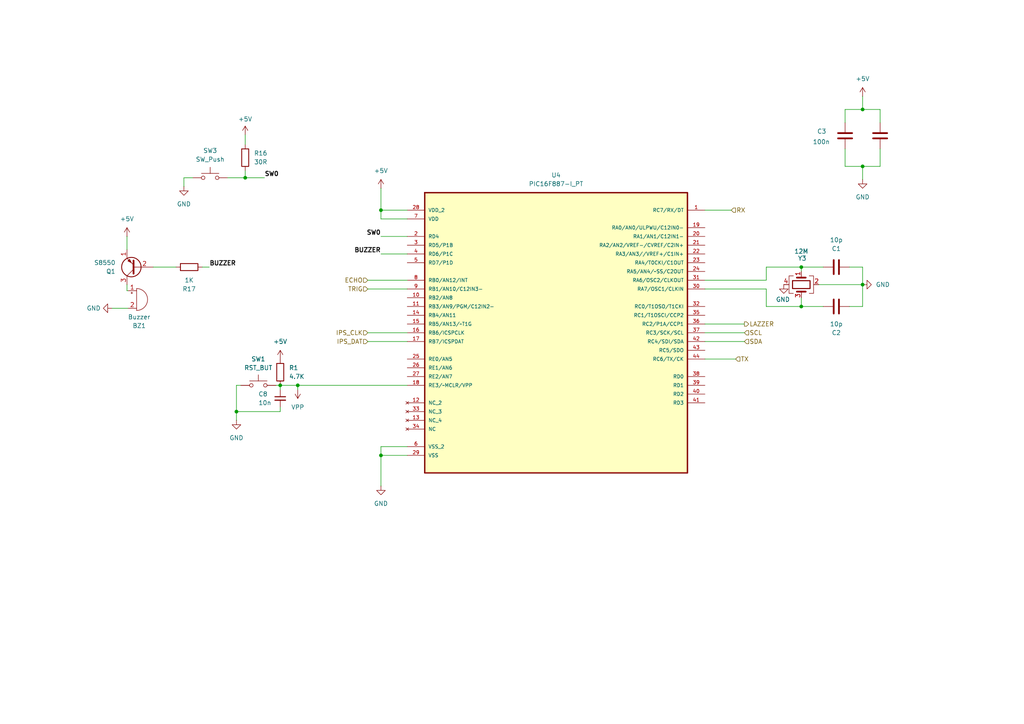
<source format=kicad_sch>
(kicad_sch (version 20231120) (generator "eeschema") (generator_version "8.0")
  (paper "A4")
  (title_block (title "PIC16F887") (date "2025-02-02"))
  (lib_symbols
    (symbol "Device:Buzzer" (pin_names (offset 0.0254) hide)
      (property "Reference" "BZ" (at 3.81 1.27 0))
      (property "Value" "Buzzer" (at 3.81 -1.27 0))
      (symbol "Buzzer_0_1"
        (arc (start 0 -3.175) (mid 3.1612 0) (end 0 3.175))
        (polyline (pts (xy -1.651 1.905) (xy -1.143 1.905)))
        (polyline (pts (xy -1.397 2.159) (xy -1.397 1.651)))
        (polyline (pts (xy 0 3.175) (xy 0 -3.175)))
      )
      (symbol "Buzzer_1_1"
        (pin passive line (at -2.54 2.54 0) (length 2.54) (name "-") (number "1"))
        (pin passive line (at -2.54 -2.54 0) (length 2.54) (name "+") (number "2"))
      )
    )
    (symbol "Device:C" (pin_numbers hide) (pin_names (offset 0.254))
      (property "Reference" "C" (at 0.635 2.54 0))
      (property "Value" "C" (at 0.635 -2.54 0))
      (symbol "C_0_1"
        (polyline (pts (xy -2.032 -0.762) (xy 2.032 -0.762)) (stroke (width 0.508)))
        (polyline (pts (xy -2.032 0.762) (xy 2.032 0.762)) (stroke (width 0.508)))
      )
      (symbol "C_1_1"
        (pin passive line (at 0 3.81 270) (length 2.794) (name "~") (number "1"))
        (pin passive line (at 0 -3.81 90) (length 2.794) (name "~") (number "2"))
      )
    )
    (symbol "Device:C_Small" (pin_numbers hide) (pin_names (offset 0.254) hide)
      (property "Reference" "C" (at 0.254 1.778 0))
      (property "Value" "C_Small" (at 0.254 -2.032 0))
      (symbol "C_Small_0_1"
        (polyline (pts (xy -1.524 -0.508) (xy 1.524 -0.508)) (stroke (width 0.3302)))
        (polyline (pts (xy -1.524 0.508) (xy 1.524 0.508)) (stroke (width 0.3048)))
      )
      (symbol "C_Small_1_1"
        (pin passive line (at 0 2.54 270) (length 2.032) (name "~") (number "1"))
        (pin passive line (at 0 -2.54 90) (length 2.032) (name "~") (number "2"))
      )
    )
    (symbol "Device:Crystal_GND24" (pin_names (offset 1.016) hide)
      (property "Reference" "Y" (at 3.175 5.08 0))
      (property "Value" "Crystal_GND24" (at 3.175 3.175 0))
      (symbol "Crystal_GND24_0_1"
        (rectangle (start -1.143 2.54) (end 1.143 -2.54) (stroke (width 0.3048)))
        (polyline (pts (xy -2.54 0) (xy -2.032 0)))
        (polyline (pts (xy -2.032 -1.27) (xy -2.032 1.27)) (stroke (width 0.508)))
        (polyline (pts (xy 0 -3.81) (xy 0 -3.556)))
        (polyline (pts (xy 0 3.556) (xy 0 3.81)))
        (polyline (pts (xy 2.032 -1.27) (xy 2.032 1.27)) (stroke (width 0.508)))
        (polyline (pts (xy 2.032 0) (xy 2.54 0)))
        (polyline (pts (xy -2.54 -2.286) (xy -2.54 -3.556) (xy 2.54 -3.556) (xy 2.54 -2.286)))
        (polyline (pts (xy -2.54 2.286) (xy -2.54 3.556) (xy 2.54 3.556) (xy 2.54 2.286)))
      )
      (symbol "Crystal_GND24_1_1"
        (pin passive line (at -3.81 0 0) (length 1.27) (name "1") (number "1"))
        (pin passive line (at 0 5.08 270) (length 1.27) (name "2") (number "2"))
        (pin passive line (at 3.81 0 180) (length 1.27) (name "3") (number "3"))
        (pin passive line (at 0 -5.08 90) (length 1.27) (name "4") (number "4"))
      )
    )
    (symbol "Device:R" (pin_numbers hide) (pin_names (offset 0))
      (property "Reference" "R" (at 2.032 0 90))
      (property "Value" "R" (at 0 0 90))
      (symbol "R_0_1"
        (rectangle (start -1.016 -2.54) (end 1.016 2.54) (stroke (width 0.254)))
      )
      (symbol "R_1_1"
        (pin passive line (at 0 3.81 270) (length 1.27) (name "~") (number "1"))
        (pin passive line (at 0 -3.81 90) (length 1.27) (name "~") (number "2"))
      )
    )
    (symbol "PIC16F887-I_PT:PIC16F887-I_PT" (pin_names (offset 1.016))
      (property "Reference" "U" (at -6.8716 40.1864 0))
      (property "Value" "PIC16F887-I_PT" (at -5.6667 -46.9087 0))
      (symbol "PIC16F887-I_PT_0_0"
        (rectangle (start -38.1 -43.18) (end 38.1 38.1) (stroke (width 0.4064)) (fill (type background)))
        (pin bidirectional line (at 43.18 33.02 180) (length 5.08) (name "RC7/RX/DT") (number "1"))
        (pin bidirectional line (at -43.18 7.62 0) (length 5.08) (name "RB2/AN8") (number "10"))
        (pin bidirectional line (at -43.18 5.08 0) (length 5.08) (name "RB3/AN9/PGM/C12IN2-") (number "11"))
        (pin no_connect line (at -43.18 -22.86 0) (length 5.08) (name "NC_2") (number "12"))
        (pin no_connect line (at -43.18 -27.94 0) (length 5.08) (name "NC_4") (number "13"))
        (pin bidirectional line (at -43.18 2.54 0) (length 5.08) (name "RB4/AN11") (number "14"))
        (pin bidirectional line (at -43.18 0 0) (length 5.08) (name "RB5/AN13/~T1G") (number "15"))
        (pin bidirectional line (at -43.18 -2.54 0) (length 5.08) (name "RB6/ICSPCLK") (number "16"))
        (pin bidirectional line (at -43.18 -5.08 0) (length 5.08) (name "RB7/ICSPDAT") (number "17"))
        (pin bidirectional line (at -43.18 -17.78 0) (length 5.08) (name "RE3/~MCLR/VPP") (number "18"))
        (pin bidirectional line (at 43.18 27.94 180) (length 5.08) (name "RA0/AN0/ULPWU/C12IN0-") (number "19"))
        (pin bidirectional line (at -43.18 25.4 0) (length 5.08) (name "RD4") (number "2"))
        (pin bidirectional line (at 43.18 25.4 180) (length 5.08) (name "RA1/AN1/C12IN1-") (number "20"))
        (pin bidirectional line (at 43.18 22.86 180) (length 5.08) (name "RA2/AN2/VREF-/CVREF/C2IN+") (number "21"))
        (pin bidirectional line (at 43.18 20.32 180) (length 5.08) (name "RA3/AN3//VREF+/C1IN+") (number "22"))
        (pin bidirectional line (at 43.18 17.78 180) (length 5.08) (name "RA4/T0CKI/C1OUT") (number "23"))
        (pin bidirectional line (at 43.18 15.24 180) (length 5.08) (name "RA5/AN4/~SS/C2OUT") (number "24"))
        (pin bidirectional line (at -43.18 -10.16 0) (length 5.08) (name "RE0/AN5") (number "25"))
        (pin bidirectional line (at -43.18 -12.7 0) (length 5.08) (name "RE1/AN6") (number "26"))
        (pin bidirectional line (at -43.18 -15.24 0) (length 5.08) (name "RE2/AN7") (number "27"))
        (pin power_in line (at -43.18 33.02 0) (length 5.08) (name "VDD_2") (number "28"))
        (pin passive line (at -43.18 -38.1 0) (length 5.08) (name "VSS") (number "29"))
        (pin bidirectional line (at -43.18 22.86 0) (length 5.08) (name "RD5/P1B") (number "3"))
        (pin bidirectional line (at 43.18 10.16 180) (length 5.08) (name "RA7/OSC1/CLKIN") (number "30"))
        (pin bidirectional line (at 43.18 12.7 180) (length 5.08) (name "RA6/OSC2/CLKOUT") (number "31"))
        (pin bidirectional line (at 43.18 5.08 180) (length 5.08) (name "RC0/T1OSO/T1CKI") (number "32"))
        (pin no_connect line (at -43.18 -25.4 0) (length 5.08) (name "NC_3") (number "33"))
        (pin no_connect line (at -43.18 -30.48 0) (length 5.08) (name "NC") (number "34"))
        (pin bidirectional line (at 43.18 2.54 180) (length 5.08) (name "RC1/T1OSCI/CCP2") (number "35"))
        (pin bidirectional line (at 43.18 0 180) (length 5.08) (name "RC2/P1A/CCP1") (number "36"))
        (pin bidirectional line (at 43.18 -2.54 180) (length 5.08) (name "RC3/SCK/SCL") (number "37"))
        (pin bidirectional line (at 43.18 -15.24 180) (length 5.08) (name "RD0") (number "38"))
        (pin bidirectional line (at 43.18 -17.78 180) (length 5.08) (name "RD1") (number "39"))
        (pin bidirectional line (at -43.18 20.32 0) (length 5.08) (name "RD6/P1C") (number "4"))
        (pin bidirectional line (at 43.18 -20.32 180) (length 5.08) (name "RD2") (number "40"))
        (pin bidirectional line (at 43.18 -22.86 180) (length 5.08) (name "RD3") (number "41"))
        (pin bidirectional line (at 43.18 -5.08 180) (length 5.08) (name "RC4/SDI/SDA") (number "42"))
        (pin bidirectional line (at 43.18 -7.62 180) (length 5.08) (name "RC5/SDO") (number "43"))
        (pin bidirectional line (at 43.18 -10.16 180) (length 5.08) (name "RC6/TX/CK") (number "44"))
        (pin bidirectional line (at -43.18 17.78 0) (length 5.08) (name "RD7/P1D") (number "5"))
        (pin passive line (at -43.18 -35.56 0) (length 5.08) (name "VSS_2") (number "6"))
        (pin power_in line (at -43.18 30.48 0) (length 5.08) (name "VDD") (number "7"))
        (pin bidirectional line (at -43.18 12.7 0) (length 5.08) (name "RB0/AN12/INT") (number "8"))
        (pin bidirectional line (at -43.18 10.16 0) (length 5.08) (name "RB1/AN10/C12IN3-") (number "9"))
      )
    )
    (symbol "Switch:SW_Push" (pin_numbers hide) (pin_names (offset 1.016) hide)
      (property "Reference" "SW" (at 1.27 2.54 0))
      (property "Value" "SW_Push" (at 0 -1.524 0))
      (symbol "SW_Push_0_1"
        (circle (center -2.032 0) (radius 0.508))
        (polyline (pts (xy 0 1.27) (xy 0 3.048)))
        (polyline (pts (xy 2.54 1.27) (xy -2.54 1.27)))
        (circle (center 2.032 0) (radius 0.508))
        (pin passive line (at -5.08 0 0) (length 2.54) (name "1") (number "1"))
        (pin passive line (at 5.08 0 180) (length 2.54) (name "2") (number "2"))
      )
    )
    (symbol "Transistor_BJT:S8550" (pin_names (offset 0) hide)
      (property "Reference" "Q" (at 5.08 1.905 0))
      (property "Value" "S8550" (at 5.08 0 0))
      (symbol "S8550_0_1"
        (polyline (pts (xy 0 0) (xy 0.635 0)))
        (polyline (pts (xy 2.54 -2.54) (xy 0.635 -0.635)))
        (polyline (pts (xy 2.54 2.54) (xy 0.635 0.635)))
        (polyline (pts (xy 0.635 1.905) (xy 0.635 -1.905) (xy 0.635 -1.905)) (stroke (width 0.508)) (fill (type outline)))
        (polyline (pts (xy 1.778 -2.286) (xy 2.286 -1.778) (xy 1.27 -1.27) (xy 1.778 -2.286) (xy 1.778 -2.286)) (fill (type outline)))
        (circle (center 1.27 0) (radius 2.8194) (stroke (width 0.254)))
      )
      (symbol "S8550_1_1"
        (pin passive line (at 2.54 -5.08 90) (length 2.54) (name "E") (number "1"))
        (pin input line (at -5.08 0 0) (length 5.08) (name "B") (number "2"))
        (pin passive line (at 2.54 5.08 270) (length 2.54) (name "C") (number "3"))
      )
    )
    (symbol "power:+5V" (power) (pin_numbers hide) (pin_names (offset 0) hide)
      (property "Value" "+5V" (at 0 3.556 0))
      (symbol "+5V_0_1"
        (polyline (pts (xy -0.762 1.27) (xy 0 2.54)))
        (polyline (pts (xy 0 0) (xy 0 2.54)))
        (polyline (pts (xy 0 2.54) (xy 0.762 1.27)))
      )
      (symbol "+5V_1_1"
        (pin power_in line (at 0 0 90) (length 0) (name "~") (number "1"))
      )
    )
    (symbol "power:GND" (power) (pin_numbers hide) (pin_names (offset 0) hide)
      (property "Value" "GND" (at 0 -3.81 0))
      (symbol "GND_0_1"
        (polyline (pts (xy 0 0) (xy 0 -1.27) (xy 1.27 -1.27) (xy 0 -2.54) (xy -1.27 -1.27) (xy 0 -1.27)))
      )
      (symbol "GND_1_1"
        (pin power_in line (at 0 0 270) (length 0) (name "~") (number "1"))
      )
    )
    (symbol "power:VPP" (power) (pin_names (offset 0))
      (property "Value" "VPP" (at 0 3.81 0))
      (symbol "VPP_0_1"
        (polyline (pts (xy -0.762 1.27) (xy 0 2.54)))
        (polyline (pts (xy 0 0) (xy 0 2.54)))
        (polyline (pts (xy 0 2.54) (xy 0.762 1.27)))
      )
      (symbol "VPP_1_1"
        (pin power_in line (at 0 0 90) (length 0) hide (name "VPP") (number "1"))
      )
    )
  )
  (junction (at 68.58 119.38))
  (junction (at 110.49 60.96))
  (junction (at 81.28 111.76))
  (junction (at 250.19 48.26))
  (junction (at 232.41 77.47))
  (junction (at 250.19 31.75))
  (junction (at 250.19 82.55))
  (junction (at 232.41 88.9))
  (junction (at 110.49 132.08))
  (junction (at 86.36 111.76))
  (junction (at 71.12 51.562))
  (wire (pts (xy 245.11 31.75) (xy 250.19 31.75)))
  (wire (pts (xy 51.054 77.47) (xy 44.45 77.47)))
  (wire (pts (xy 250.19 27.94) (xy 250.19 31.75)))
  (wire (pts (xy 81.28 119.38) (xy 81.28 118.11)))
  (wire (pts (xy 238.76 77.47) (xy 232.41 77.47)))
  (wire (pts (xy 250.19 82.55) (xy 250.19 88.9)))
  (wire (pts (xy 250.19 82.55) (xy 237.49 82.55)))
  (wire (pts (xy 250.19 88.9) (xy 246.38 88.9)))
  (wire (pts (xy 204.47 60.96) (xy 212.09 60.96)))
  (wire (pts (xy 255.27 31.75) (xy 255.27 35.56)))
  (wire (pts (xy 71.12 39.116) (xy 71.12 41.91)))
  (wire (pts (xy 110.49 132.08) (xy 110.49 140.97)))
  (wire (pts (xy 36.83 82.55) (xy 36.83 84.328)))
  (wire (pts (xy 222.25 81.28) (xy 204.47 81.28)))
  (wire (pts (xy 118.11 96.52) (xy 106.68 96.52)))
  (wire (pts (xy 36.83 84.328) (xy 37.084 84.328)))
  (wire (pts (xy 204.47 104.14) (xy 213.36 104.14)))
  (wire (pts (xy 110.49 68.58) (xy 118.11 68.58)))
  (wire (pts (xy 215.9 93.98) (xy 204.47 93.98)))
  (wire (pts (xy 222.25 77.47) (xy 222.25 81.28)))
  (wire (pts (xy 222.25 88.9) (xy 232.41 88.9)))
  (wire (pts (xy 60.706 77.47) (xy 58.674 77.47)))
  (wire (pts (xy 71.12 51.562) (xy 76.708 51.562)))
  (wire (pts (xy 110.49 73.66) (xy 118.11 73.66)))
  (wire (pts (xy 68.58 111.76) (xy 68.58 119.38)))
  (wire (pts (xy 53.34 51.562) (xy 55.88 51.562)))
  (wire (pts (xy 81.28 111.76) (xy 86.36 111.76)))
  (wire (pts (xy 53.34 54.102) (xy 53.34 51.562)))
  (wire (pts (xy 68.58 111.76) (xy 69.85 111.76)))
  (wire (pts (xy 110.49 132.08) (xy 118.11 132.08)))
  (wire (pts (xy 110.49 63.5) (xy 110.49 60.96)))
  (wire (pts (xy 36.83 72.39) (xy 36.83 68.58)))
  (wire (pts (xy 238.76 88.9) (xy 232.41 88.9)))
  (wire (pts (xy 118.11 99.06) (xy 106.68 99.06)))
  (wire (pts (xy 245.11 48.26) (xy 250.19 48.26)))
  (wire (pts (xy 68.58 121.92) (xy 68.58 119.38)))
  (wire (pts (xy 204.47 96.52) (xy 215.9 96.52)))
  (wire (pts (xy 245.11 43.18) (xy 245.11 48.26)))
  (wire (pts (xy 118.11 129.54) (xy 110.49 129.54)))
  (wire (pts (xy 250.19 77.47) (xy 250.19 82.55)))
  (wire (pts (xy 232.41 86.36) (xy 232.41 88.9)))
  (wire (pts (xy 37.084 89.408) (xy 32.512 89.408)))
  (wire (pts (xy 222.25 88.9) (xy 222.25 83.82)))
  (wire (pts (xy 118.11 60.96) (xy 110.49 60.96)))
  (wire (pts (xy 110.49 54.61) (xy 110.49 60.96)))
  (wire (pts (xy 118.11 83.82) (xy 106.68 83.82)))
  (wire (pts (xy 80.01 111.76) (xy 81.28 111.76)))
  (wire (pts (xy 250.19 48.26) (xy 255.27 48.26)))
  (wire (pts (xy 250.19 31.75) (xy 255.27 31.75)))
  (wire (pts (xy 118.11 81.28) (xy 106.68 81.28)))
  (wire (pts (xy 110.49 129.54) (xy 110.49 132.08)))
  (wire (pts (xy 81.28 111.76) (xy 81.28 113.03)))
  (wire (pts (xy 232.41 77.47) (xy 232.41 78.74)))
  (wire (pts (xy 118.11 63.5) (xy 110.49 63.5)))
  (wire (pts (xy 86.36 111.76) (xy 118.11 111.76)))
  (wire (pts (xy 222.25 83.82) (xy 204.47 83.82)))
  (wire (pts (xy 66.04 51.562) (xy 71.12 51.562)))
  (wire (pts (xy 204.47 99.06) (xy 215.9 99.06)))
  (wire (pts (xy 255.27 48.26) (xy 255.27 43.18)))
  (wire (pts (xy 222.25 77.47) (xy 232.41 77.47)))
  (wire (pts (xy 246.38 77.47) (xy 250.19 77.47)))
  (wire (pts (xy 68.58 119.38) (xy 81.28 119.38)))
  (wire (pts (xy 245.11 35.56) (xy 245.11 31.75)))
  (wire (pts (xy 71.12 49.53) (xy 71.12 51.562)))
  (wire (pts (xy 86.36 111.76) (xy 86.36 113.03)))
  (wire (pts (xy 250.19 48.26) (xy 250.19 52.07)))
  (label "SW0" (at 76.708 51.562 0) (effects (font (bold yes))))
  (label "BUZZER" (at 60.706 77.47 0) (effects (font (bold yes))))
  (label "SW0" (at 110.49 68.58 180) (effects (font (bold yes))))
  (label "BUZZER" (at 110.49 73.66 180) (effects (font (bold yes))))
  (hierarchical_label "SDA" (shape input) (at 215.9 99.06 0))
  (hierarchical_label "RX" (shape input) (at 212.09 60.96 0))
  (hierarchical_label "IPS_DAT" (shape input) (at 106.68 99.06 180))
  (hierarchical_label "SCL" (shape input) (at 215.9 96.52 0))
  (hierarchical_label "TRIG" (shape input) (at 106.68 83.82 180))
  (hierarchical_label "LAZZER" (shape output) (at 215.9 93.98 0))
  (hierarchical_label "TX" (shape input) (at 213.36 104.14 0))
  (hierarchical_label "IPS_CLK" (shape input) (at 106.68 96.52 180))
  (hierarchical_label "ECHO" (shape input) (at 106.68 81.28 180))
  (symbol (lib_id "Transistor_BJT:S8550") (at 39.37 77.47 180) (unit 1)
    (property "Reference" "Q1" (at 33.528 78.74 0) (effects (justify left)))
    (property "Value" "S8550" (at 33.528 76.2 0) (effects (justify left)))
    (property "Footprint" "Package_TO_SOT_SMD:SOT-23" (effects (hide yes)))
    (property "Datasheet" "http://www.unisonic.com.tw/datasheet/S8550.pdf" (effects (hide yes)))
  )
  (symbol (lib_id "Device:Crystal_GND24") (at 232.41 82.55 270) (unit 1)
    (property "Reference" "Y3" (at 232.664 74.93 90))
    (property "Value" "12M" (at 232.41 72.898 90))
    (property "Footprint" "Crystal:Crystal_SMD_2520-4Pin_2.5x2.0mm" (effects (hide yes)))
    (property "Description" "Four pin crystal, GND on pins 2 and 4" (effects (hide yes)))
  )
  (symbol (lib_id "Device:C_Small") (at 81.28 115.57 0) (unit 1)
    (property "Reference" "C8" (at 74.93 114.3 0) (effects (justify left)))
    (property "Value" "10n" (at 74.93 116.84 0) (effects (justify left)))
    (property "Footprint" "Capacitor_SMD:C_0603_1608Metric" (effects (hide yes)))
    (property "LKCL" "CLA1303" (effects (hide yes)))
  )
  (symbol (lib_id "power:GND") (at 250.19 82.55 90) (unit 1)
    (property "Reference" "#PWR01" (effects (hide yes)))
    (property "Value" "GND" (at 254 82.5501 90) (effects (justify right)))
    (property "Description" "Power symbol creates a global label with name \"GND\" , ground" (effects (hide yes)))
  )
  (symbol (lib_id "Switch:SW_Push") (at 74.93 111.76 0) (unit 1)
    (property "Reference" "SW1" (at 74.93 104.14 0))
    (property "Value" "RST_BUT" (at 74.93 106.68 0))
    (property "Footprint" "Button_Switch_SMD:SW_Tactile_SPST_NO_Straight_CK_PTS636Sx25SMTRLFS" (effects (hide yes)))
  )
  (symbol (lib_id "Device:C") (at 245.11 39.37 0) (unit 1)
    (property "Reference" "C3" (at 236.982 38.0999 0) (effects (justify left)))
    (property "Value" "100n" (at 235.712 41.148 0) (effects (justify left)))
    (property "Footprint" "Capacitor_SMD:C_0603_1608Metric" (effects (hide yes)))
    (property "Description" "Unpolarized capacitor" (effects (hide yes)))
  )
  (symbol (lib_id "Switch:SW_Push") (at 60.96 51.562 0) (unit 1)
    (property "Reference" "SW3" (at 60.96 43.688 0))
    (property "Value" "SW_Push" (at 60.96 46.228 0))
    (property "Footprint" "Button_Switch_SMD:SW_Tactile_SPST_NO_Straight_CK_PTS636Sx25SMTRLFS" (effects (hide yes)))
    (property "Description" "Push button switch, generic, two pins" (effects (hide yes)))
  )
  (symbol (lib_id "power:GND") (at 53.34 54.102 0) (unit 1)
    (property "Reference" "#PWR028" (effects (hide yes)))
    (property "Value" "GND" (at 53.34 59.182 0))
    (property "Description" "Power symbol creates a global label with name \"GND\" , ground" (effects (hide yes)))
  )
  (symbol (lib_id "PIC16F887-I_PT:PIC16F887-I_PT") (at 161.29 93.98 0) (unit 1)
    (property "Reference" "U4" (at 161.29 50.8 0))
    (property "Value" "PIC16F887-I_PT" (at 161.29 53.34 0))
    (property "Footprint" "Package_TO_SOT_SMD:QFP80P1200X1200X120-44N" (effects (hide yes)))
    (property "Description" "MCU, 8-Bit, 8KW Flash, 368 RAM, 36 I/O, TQFP-44 | Microchip Technology Inc. PIC16F887-I/PT" (effects (hide yes)))
    (property "MF" "Microchip" (effects (hide yes)))
    (property "PACKAGE" "QFP-44" (effects (hide yes)))
    (property "MPN" "PIC16F887-I/PT" (effects (hide yes)))
    (property "Price" "None" (effects (hide yes)))
    (property "Package" "TQFP-44 Microchip" (effects (hide yes)))
    (property "OC_FARNELL" "1439542" (effects (hide yes)))
    (property "SnapEDA_Link" "https://www.snapeda.com/parts/PIC16F887-I/PT/Microchip/view-part/?ref=snap" (effects (hide yes)))
    (property "MP" "PIC16F887-I/PT" (effects (hide yes)))
    (property "Purchase-URL" "https://www.snapeda.com/api/url_track_click_mouser/?unipart_id=5739&manufacturer=Microchip&part_name=PIC16F887-I/PT&search_term=pic16f887" (effects (hide yes)))
    (property "SUPPLIER" "Microchip" (effects (hide yes)))
    (property "OC_NEWARK" "74K8587" (effects (hide yes)))
    (property "Availability" "In Stock" (effects (hide yes)))
    (property "Check_prices" "https://www.snapeda.com/parts/PIC16F887-I/PT/Microchip/view-part/?ref=eda" (effects (hide yes)))
  )
  (symbol (lib_id "Device:C") (at 242.57 88.9 270) (unit 1)
    (property "Reference" "C2" (at 242.57 96.52 90))
    (property "Value" "10p" (at 242.57 93.98 90))
    (property "Footprint" "Capacitor_SMD:C_0603_1608Metric" (effects (hide yes)))
    (property "Description" "Unpolarized capacitor" (effects (hide yes)))
  )
  (symbol (lib_id "power:+5V") (at 81.28 104.14 0) (unit 1)
    (property "Reference" "#PWR07" (effects (hide yes)))
    (property "Value" "+5V" (at 81.28 99.06 0))
  )
  (symbol (lib_id "power:GND") (at 32.512 89.408 270) (unit 1)
    (property "Reference" "#PWR031" (effects (hide yes)))
    (property "Value" "GND" (at 29.21 89.408 90) (effects (justify right)))
  )
  (symbol (lib_id "power:GND") (at 68.58 121.92 0) (unit 1)
    (property "Reference" "#PWR06" (effects (hide yes)))
    (property "Value" "GND" (at 68.58 127 0))
  )
  (symbol (lib_id "Device:R") (at 54.864 77.47 270) (unit 1)
    (property "Reference" "R17" (at 54.864 83.82 90))
    (property "Value" "1K" (at 54.864 81.28 90))
    (property "Footprint" "Capacitor_SMD:C_0603_1608Metric" (effects (hide yes)))
  )
  (symbol (lib_id "Device:R") (at 71.12 45.72 0) (unit 1)
    (property "Reference" "R16" (at 73.66 44.4499 0) (effects (justify left)))
    (property "Value" "30R" (at 73.66 46.9899 0) (effects (justify left)))
    (property "Footprint" "Capacitor_SMD:C_0603_1608Metric" (effects (hide yes)))
    (property "Description" "Resistor" (effects (hide yes)))
  )
  (symbol (lib_id "power:GND") (at 250.19 52.07 0) (unit 1)
    (property "Reference" "#PWR03" (effects (hide yes)))
    (property "Value" "GND" (at 250.19 57.15 0))
    (property "Description" "Power symbol creates a global label with name \"GND\" , ground" (effects (hide yes)))
  )
  (symbol (lib_id "Device:Buzzer") (at 39.624 86.868 0) (unit 1)
    (property "Reference" "BZ1" (at 40.3791 94.488 0))
    (property "Value" "Buzzer" (at 40.3791 91.948 0))
    (property "Footprint" "Buzzer_Beeper:buzzer tmb09a05 9x5.5" (effects (hide yes)))
  )
  (symbol (lib_id "power:GND") (at 110.49 140.97 0) (unit 1)
    (property "Reference" "#PWR04" (effects (hide yes)))
    (property "Value" "GND" (at 110.49 146.05 0))
  )
  (symbol (lib_id "power:+5V") (at 71.12 39.116 0) (unit 1)
    (property "Reference" "#PWR029" (effects (hide yes)))
    (property "Value" "+5V" (at 71.12 34.544 0))
    (property "Description" "Power symbol creates a global label with name \"+5V\"" (effects (hide yes)))
  )
  (symbol (lib_id "Device:C") (at 255.27 39.37 0) (unit 1)
    (property "Reference" "C4" (effects (hide yes)))
    (property "Value" "100n" (effects (hide yes)))
    (property "Footprint" "Capacitor_SMD:C_0603_1608Metric" (effects (hide yes)))
    (property "Description" "Unpolarized capacitor" (effects (hide yes)))
  )
  (symbol (lib_id "power:+5V") (at 36.83 68.58 0) (unit 1)
    (property "Reference" "#PWR030" (effects (hide yes)))
    (property "Value" "+5V" (at 36.83 63.5 0))
  )
  (symbol (lib_id "power:VPP") (at 86.36 113.03 180) (unit 1)
    (property "Reference" "#PWR08" (effects (hide yes)))
    (property "Value" "VPP" (at 86.36 118.11 0))
  )
  (symbol (lib_id "Device:C") (at 242.57 77.47 270) (unit 1)
    (property "Reference" "C1" (at 242.57 72.136 90))
    (property "Value" "10p" (at 242.57 69.596 90))
    (property "Footprint" "Capacitor_SMD:C_0603_1608Metric" (effects (hide yes)))
    (property "Description" "Unpolarized capacitor" (effects (hide yes)))
  )
  (symbol (lib_id "Device:R") (at 81.28 107.95 0) (mirror y) (unit 1)
    (property "Reference" "R1" (at 83.82 106.68 0) (effects (justify right)))
    (property "Value" "4.7K" (at 83.82 109.22 0) (effects (justify right)))
    (property "Footprint" "Resistor_SMD:R_0603_1608Metric" (effects (hide yes)))
  )
  (symbol (lib_id "power:GND") (at 227.33 82.55 0) (unit 1)
    (property "Reference" "#PWR05" (effects (hide yes)))
    (property "Value" "GND" (at 227.076 86.868 0))
    (property "Description" "Power symbol creates a global label with name \"GND\" , ground" (effects (hide yes)))
  )
  (symbol (lib_id "power:+5V") (at 110.49 54.61 0) (unit 1)
    (property "Reference" "#PWR037" (effects (hide yes)))
    (property "Value" "+5V" (at 110.49 49.53 0))
    (property "Description" "Power symbol creates a global label with name \"+5V\"" (effects (hide yes)))
  )
  (symbol (lib_id "power:+5V") (at 250.19 27.94 0) (unit 1)
    (property "Reference" "#PWR02" (effects (hide yes)))
    (property "Value" "+5V" (at 250.19 22.86 0))
    (property "Description" "Power symbol creates a global label with name \"+5V\"" (effects (hide yes)))
  )
)
</source>
